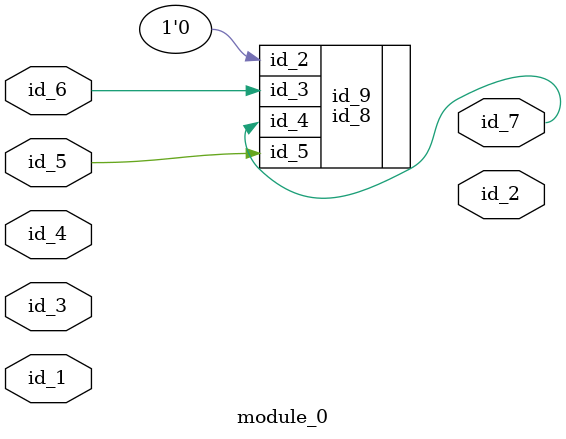
<source format=v>
module module_0 (
    id_1,
    id_2,
    id_3,
    id_4,
    id_5,
    id_6,
    id_7
);
  output id_7;
  input id_6;
  input id_5;
  input id_4;
  input id_3;
  output id_2;
  input id_1;
  id_8 id_9 (
      .id_4(id_7),
      .id_3(id_6),
      .id_5(id_6),
      .id_5(id_5),
      .id_2(1'b0)
  );
endmodule

</source>
